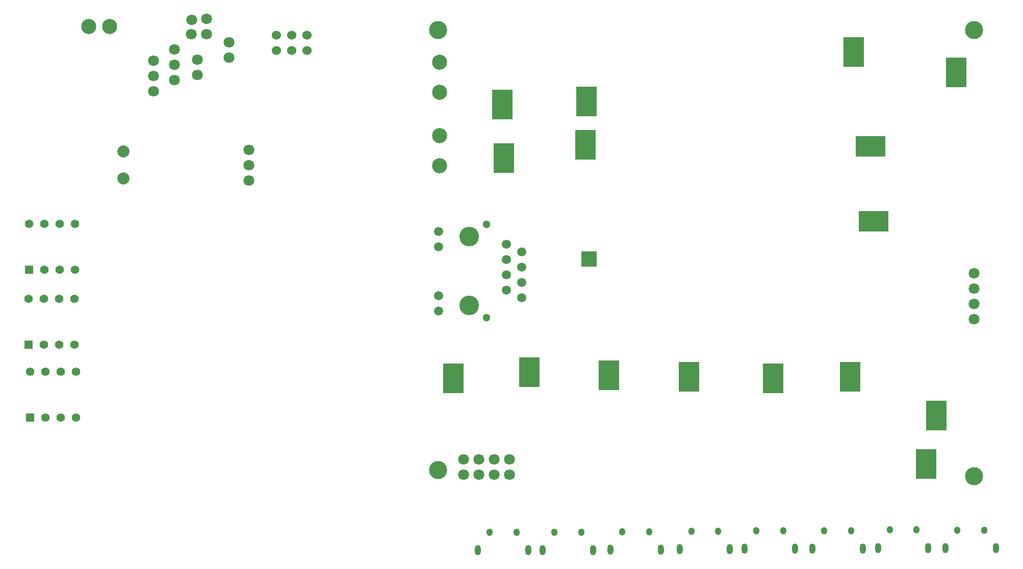
<source format=gbs>
G04 #@! TF.GenerationSoftware,KiCad,Pcbnew,5.1.5-52549c5~86~ubuntu18.04.1*
G04 #@! TF.CreationDate,2020-12-07T22:29:05-08:00*
G04 #@! TF.ProjectId,multiple_PCBs,6d756c74-6970-46c6-955f-504342732e6b,rev?*
G04 #@! TF.SameCoordinates,Original*
G04 #@! TF.FileFunction,Soldermask,Bot*
G04 #@! TF.FilePolarity,Negative*
%FSLAX46Y46*%
G04 Gerber Fmt 4.6, Leading zero omitted, Abs format (unit mm)*
G04 Created by KiCad (PCBNEW 5.1.5-52549c5~86~ubuntu18.04.1) date 2020-12-07 22:29:05*
%MOMM*%
%LPD*%
G04 APERTURE LIST*
%ADD10R,1.397000X1.397000*%
%ADD11C,1.397000*%
%ADD12C,1.800000*%
%ADD13C,2.500000*%
%ADD14C,1.998980*%
%ADD15C,1.524000*%
%ADD16C,0.300000*%
%ADD17R,3.400000X5.000000*%
%ADD18R,3.000000X3.000000*%
%ADD19R,5.000000X3.400000*%
%ADD20C,3.000000*%
%ADD21R,2.499360X2.499360*%
%ADD22C,1.500000*%
%ADD23C,3.250000*%
%ADD24C,1.300000*%
%ADD25O,1.000000X1.700000*%
%ADD26O,1.050000X1.250000*%
G04 APERTURE END LIST*
D10*
X140090000Y-103710000D03*
D11*
X142630000Y-103710000D03*
X145170000Y-103710000D03*
X147710000Y-103710000D03*
X147710000Y-96090000D03*
X145170000Y-96090000D03*
X142630000Y-96090000D03*
X140090000Y-96090000D03*
D10*
X140208000Y-128270000D03*
D11*
X142748000Y-128270000D03*
X145288000Y-128270000D03*
X147828000Y-128270000D03*
X147828000Y-120650000D03*
X145288000Y-120650000D03*
X142748000Y-120650000D03*
X140208000Y-120650000D03*
D10*
X139990000Y-116210000D03*
D11*
X142530000Y-116210000D03*
X145070000Y-116210000D03*
X147610000Y-116210000D03*
X147610000Y-108590000D03*
X145070000Y-108590000D03*
X142530000Y-108590000D03*
X139990000Y-108590000D03*
D12*
X167113000Y-62229000D03*
X166970000Y-64626000D03*
X169510000Y-64626000D03*
X169510000Y-62086000D03*
X167990000Y-68846160D03*
X167990000Y-71386160D03*
X173228000Y-68569840D03*
X173228000Y-66029840D03*
X160740000Y-69066000D03*
X160740000Y-71606000D03*
X160740000Y-74146000D03*
D13*
X149989940Y-63356000D03*
X153490060Y-63356000D03*
D12*
X164190000Y-67216000D03*
X164190000Y-69756000D03*
X164190000Y-72296000D03*
D14*
X155702000Y-84089240D03*
X155702000Y-88590120D03*
D15*
X186230000Y-64786000D03*
X183690000Y-64786000D03*
X181150000Y-64786000D03*
X181150000Y-67326000D03*
X183690000Y-67326000D03*
X186230000Y-67326000D03*
D12*
X176530000Y-88900000D03*
X176530000Y-86360000D03*
X176530000Y-83820000D03*
D16*
X233686000Y-75850000D03*
X231486000Y-75850000D03*
X232586000Y-75850000D03*
D17*
X232586000Y-75850000D03*
D16*
X232586000Y-76950000D03*
X231486000Y-76950000D03*
X233686000Y-76950000D03*
X233686000Y-74750000D03*
X231486000Y-74750000D03*
X232586000Y-74750000D03*
X232586000Y-73650000D03*
X231486000Y-73650000D03*
X233686000Y-73650000D03*
X233686000Y-78050000D03*
X231486000Y-78050000D03*
X232586000Y-78050000D03*
D18*
X232586000Y-75850000D03*
D16*
X219970000Y-85248000D03*
X217770000Y-85248000D03*
X218870000Y-85248000D03*
D17*
X218870000Y-85248000D03*
D16*
X218870000Y-86348000D03*
X217770000Y-86348000D03*
X219970000Y-86348000D03*
X219970000Y-84148000D03*
X217770000Y-84148000D03*
X218870000Y-84148000D03*
X218870000Y-83048000D03*
X217770000Y-83048000D03*
X219970000Y-83048000D03*
X219970000Y-87448000D03*
X217770000Y-87448000D03*
X218870000Y-87448000D03*
D18*
X218870000Y-85248000D03*
D16*
X233538000Y-83033000D03*
X231338000Y-83033000D03*
X232438000Y-83033000D03*
D17*
X232438000Y-83033000D03*
D16*
X232438000Y-84133000D03*
X231338000Y-84133000D03*
X233538000Y-84133000D03*
X233538000Y-81933000D03*
X231338000Y-81933000D03*
X232438000Y-81933000D03*
X232438000Y-80833000D03*
X231338000Y-80833000D03*
X233538000Y-80833000D03*
X233538000Y-85233000D03*
X231338000Y-85233000D03*
X232438000Y-85233000D03*
D18*
X232438000Y-83033000D03*
D16*
X219716000Y-76358000D03*
X217516000Y-76358000D03*
X218616000Y-76358000D03*
D17*
X218616000Y-76358000D03*
D16*
X218616000Y-77458000D03*
X217516000Y-77458000D03*
X219716000Y-77458000D03*
X219716000Y-75258000D03*
X217516000Y-75258000D03*
X218616000Y-75258000D03*
X218616000Y-74158000D03*
X217516000Y-74158000D03*
X219716000Y-74158000D03*
X219716000Y-78558000D03*
X217516000Y-78558000D03*
X218616000Y-78558000D03*
D18*
X218616000Y-76358000D03*
D16*
X280250000Y-96850000D03*
X280250000Y-94650000D03*
X280250000Y-95750000D03*
D19*
X280250000Y-95750000D03*
D16*
X279150000Y-95750000D03*
X279150000Y-94650000D03*
X279150000Y-96850000D03*
X281350000Y-96850000D03*
X281350000Y-94650000D03*
X281350000Y-95750000D03*
X282450000Y-95750000D03*
X282450000Y-94650000D03*
X282450000Y-96850000D03*
X278050000Y-96850000D03*
X278050000Y-94650000D03*
X278050000Y-95750000D03*
D18*
X280250000Y-95750000D03*
D16*
X279750000Y-84350000D03*
X279750000Y-82150000D03*
X279750000Y-83250000D03*
D19*
X279750000Y-83250000D03*
D16*
X278650000Y-83250000D03*
X278650000Y-82150000D03*
X278650000Y-84350000D03*
X280850000Y-84350000D03*
X280850000Y-82150000D03*
X280850000Y-83250000D03*
X281950000Y-83250000D03*
X281950000Y-82150000D03*
X281950000Y-84350000D03*
X277550000Y-84350000D03*
X277550000Y-82150000D03*
X277550000Y-83250000D03*
D18*
X279750000Y-83250000D03*
D16*
X295100000Y-71000000D03*
X292900000Y-71000000D03*
X294000000Y-71000000D03*
D17*
X294000000Y-71000000D03*
D16*
X294000000Y-72100000D03*
X292900000Y-72100000D03*
X295100000Y-72100000D03*
X295100000Y-69900000D03*
X292900000Y-69900000D03*
X294000000Y-69900000D03*
X294000000Y-68800000D03*
X292900000Y-68800000D03*
X295100000Y-68800000D03*
X295100000Y-73200000D03*
X292900000Y-73200000D03*
X294000000Y-73200000D03*
D18*
X294000000Y-71000000D03*
D16*
X275850000Y-67570000D03*
X278050000Y-67570000D03*
X276950000Y-67570000D03*
D17*
X276950000Y-67570000D03*
D16*
X276950000Y-66470000D03*
X278050000Y-66470000D03*
X275850000Y-66470000D03*
X275850000Y-68670000D03*
X278050000Y-68670000D03*
X276950000Y-68670000D03*
X276950000Y-69770000D03*
X278050000Y-69770000D03*
X275850000Y-69770000D03*
X275850000Y-65370000D03*
X278050000Y-65370000D03*
X276950000Y-65370000D03*
D18*
X276950000Y-67570000D03*
D16*
X262500000Y-121800000D03*
X264700000Y-121800000D03*
X263600000Y-121800000D03*
D17*
X263600000Y-121800000D03*
D16*
X263600000Y-120700000D03*
X264700000Y-120700000D03*
X262500000Y-120700000D03*
X262500000Y-122900000D03*
X264700000Y-122900000D03*
X263600000Y-122900000D03*
X263600000Y-124000000D03*
X264700000Y-124000000D03*
X262500000Y-124000000D03*
X262500000Y-119600000D03*
X264700000Y-119600000D03*
X263600000Y-119600000D03*
D18*
X263600000Y-121800000D03*
D16*
X275300000Y-121500000D03*
X277500000Y-121500000D03*
X276400000Y-121500000D03*
D17*
X276400000Y-121500000D03*
D16*
X276400000Y-120400000D03*
X277500000Y-120400000D03*
X275300000Y-120400000D03*
X275300000Y-122600000D03*
X277500000Y-122600000D03*
X276400000Y-122600000D03*
X276400000Y-123700000D03*
X277500000Y-123700000D03*
X275300000Y-123700000D03*
X275300000Y-119300000D03*
X277500000Y-119300000D03*
X276400000Y-119300000D03*
D18*
X276400000Y-121500000D03*
D16*
X287925000Y-135975000D03*
X290125000Y-135975000D03*
X289025000Y-135975000D03*
D17*
X289025000Y-135975000D03*
D16*
X289025000Y-134875000D03*
X290125000Y-134875000D03*
X287925000Y-134875000D03*
X287925000Y-137075000D03*
X290125000Y-137075000D03*
X289025000Y-137075000D03*
X289025000Y-138175000D03*
X290125000Y-138175000D03*
X287925000Y-138175000D03*
X287925000Y-133775000D03*
X290125000Y-133775000D03*
X289025000Y-133775000D03*
D18*
X289025000Y-135975000D03*
D16*
X289610000Y-127960000D03*
X291810000Y-127960000D03*
X290710000Y-127960000D03*
D17*
X290710000Y-127960000D03*
D16*
X290710000Y-126860000D03*
X291810000Y-126860000D03*
X289610000Y-126860000D03*
X289610000Y-129060000D03*
X291810000Y-129060000D03*
X290710000Y-129060000D03*
X290710000Y-130160000D03*
X291810000Y-130160000D03*
X289610000Y-130160000D03*
X289610000Y-125760000D03*
X291810000Y-125760000D03*
X290710000Y-125760000D03*
D18*
X290710000Y-127960000D03*
D16*
X222000000Y-120800000D03*
X224200000Y-120800000D03*
X223100000Y-120800000D03*
D17*
X223100000Y-120800000D03*
D16*
X223100000Y-119700000D03*
X224200000Y-119700000D03*
X222000000Y-119700000D03*
X222000000Y-121900000D03*
X224200000Y-121900000D03*
X223100000Y-121900000D03*
X223100000Y-123000000D03*
X224200000Y-123000000D03*
X222000000Y-123000000D03*
X222000000Y-118600000D03*
X224200000Y-118600000D03*
X223100000Y-118600000D03*
D18*
X223100000Y-120800000D03*
D16*
X235200000Y-121300000D03*
X237400000Y-121300000D03*
X236300000Y-121300000D03*
D17*
X236300000Y-121300000D03*
D16*
X236300000Y-120200000D03*
X237400000Y-120200000D03*
X235200000Y-120200000D03*
X235200000Y-122400000D03*
X237400000Y-122400000D03*
X236300000Y-122400000D03*
X236300000Y-123500000D03*
X237400000Y-123500000D03*
X235200000Y-123500000D03*
X235200000Y-119100000D03*
X237400000Y-119100000D03*
X236300000Y-119100000D03*
D18*
X236300000Y-121300000D03*
D16*
X248500000Y-121500000D03*
X250700000Y-121500000D03*
X249600000Y-121500000D03*
D17*
X249600000Y-121500000D03*
D16*
X249600000Y-120400000D03*
X250700000Y-120400000D03*
X248500000Y-120400000D03*
X248500000Y-122600000D03*
X250700000Y-122600000D03*
X249600000Y-122600000D03*
X249600000Y-123700000D03*
X250700000Y-123700000D03*
X248500000Y-123700000D03*
X248500000Y-119300000D03*
X250700000Y-119300000D03*
X249600000Y-119300000D03*
D18*
X249600000Y-121500000D03*
D16*
X209430000Y-121760000D03*
X211630000Y-121760000D03*
X210530000Y-121760000D03*
D17*
X210530000Y-121760000D03*
D16*
X210530000Y-120660000D03*
X211630000Y-120660000D03*
X209430000Y-120660000D03*
X209430000Y-122860000D03*
X211630000Y-122860000D03*
X210530000Y-122860000D03*
X210530000Y-123960000D03*
X211630000Y-123960000D03*
X209430000Y-123960000D03*
X209430000Y-119560000D03*
X211630000Y-119560000D03*
X210530000Y-119560000D03*
D18*
X210530000Y-121760000D03*
D20*
X208000000Y-137000000D03*
X208000000Y-64000000D03*
X297000000Y-138000000D03*
X297000000Y-64000000D03*
D21*
X233000000Y-102000000D03*
D22*
X208100000Y-97375000D03*
X208100000Y-99915000D03*
X208100000Y-108085000D03*
X208100000Y-110625000D03*
X219350000Y-99560000D03*
X219350000Y-104630000D03*
X219350000Y-102100000D03*
X219350000Y-107170000D03*
X221890000Y-100820000D03*
X221890000Y-105900000D03*
X221890000Y-103360000D03*
D23*
X213132080Y-109715000D03*
X213132080Y-98285000D03*
D24*
X216050000Y-96255000D03*
X216050000Y-111745000D03*
D22*
X221890000Y-108440000D03*
D13*
X208202000Y-81478000D03*
X208202000Y-86478000D03*
D12*
X297000000Y-111950000D03*
X297000000Y-109410000D03*
X297000000Y-104340160D03*
X297000000Y-106880160D03*
X217270000Y-137770000D03*
X219810000Y-137770000D03*
X214730000Y-137770000D03*
X212190000Y-137770000D03*
X212190000Y-135230000D03*
X214730000Y-135230000D03*
X219810000Y-135230000D03*
X217270000Y-135230000D03*
D13*
X208202000Y-74286000D03*
X208202000Y-69286000D03*
D25*
X222925000Y-150350000D03*
X214575000Y-150350000D03*
D26*
X220975000Y-147350000D03*
X216525000Y-147350000D03*
X294175000Y-147000000D03*
X298625000Y-147000000D03*
D25*
X292225000Y-150000000D03*
X300575000Y-150000000D03*
D26*
X227275000Y-147350000D03*
X231725000Y-147350000D03*
D25*
X225325000Y-150350000D03*
X233675000Y-150350000D03*
X289375000Y-149950000D03*
X281025000Y-149950000D03*
D26*
X287425000Y-146950000D03*
X282975000Y-146950000D03*
D25*
X244975000Y-150250000D03*
X236625000Y-150250000D03*
D26*
X243025000Y-147250000D03*
X238575000Y-147250000D03*
D25*
X278475000Y-150100000D03*
X270125000Y-150100000D03*
D26*
X276525000Y-147100000D03*
X272075000Y-147100000D03*
X250025000Y-147150000D03*
X254475000Y-147150000D03*
D25*
X248075000Y-150150000D03*
X256425000Y-150150000D03*
D26*
X260825000Y-147100000D03*
X265275000Y-147100000D03*
D25*
X258875000Y-150100000D03*
X267225000Y-150100000D03*
M02*

</source>
